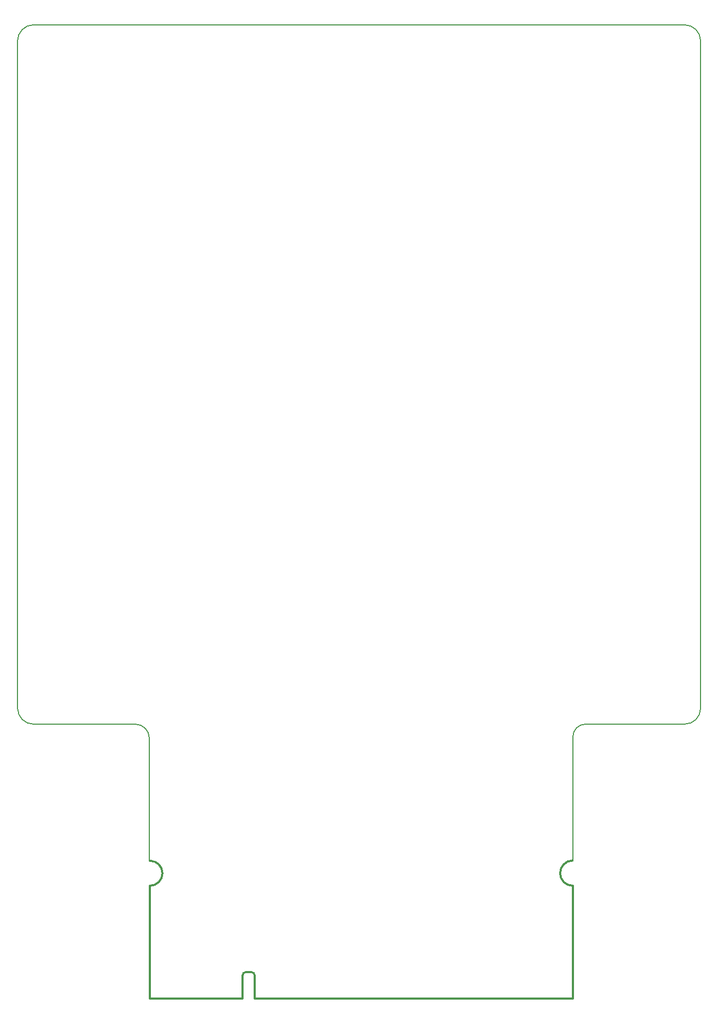
<source format=gbr>
G04 (created by PCBNEW (2012-oct-18)-testing) date Mon 18 Feb 2013 10:37:03 UTC*
%MOIN*%
G04 Gerber Fmt 3.4, Leading zero omitted, Abs format*
%FSLAX34Y34*%
G01*
G70*
G90*
G04 APERTURE LIST*
%ADD10C,0.006*%
%ADD11C,0.0059*%
%ADD12C,0.00590551*%
%ADD13C,0.0149*%
G04 APERTURE END LIST*
G54D10*
G54D11*
X107800Y-69600D02*
X107800Y-77290D01*
X134460Y-69600D02*
X134460Y-77290D01*
G54D12*
X135200Y-68700D02*
X141500Y-68700D01*
X135260Y-68700D02*
G75*
G03X134460Y-69500I0J-800D01*
G74*
G01*
X134460Y-69500D02*
X134460Y-69600D01*
X106900Y-68700D02*
X100500Y-68700D01*
X107800Y-69600D02*
G75*
G03X106900Y-68700I-900J0D01*
G74*
G01*
G54D13*
X134440Y-77279D02*
G75*
G03X133659Y-78079I9J-790D01*
G74*
G01*
X133650Y-78070D02*
G75*
G03X134450Y-78870I800J0D01*
G74*
G01*
X134450Y-78870D02*
X134450Y-85960D01*
X108620Y-78080D02*
G75*
G03X107830Y-77290I-790J0D01*
G74*
G01*
X107830Y-78870D02*
G75*
G03X108620Y-78080I0J790D01*
G74*
G01*
X113859Y-84300D02*
G75*
G03X113670Y-84510I10J-199D01*
G74*
G01*
X114419Y-84510D02*
G75*
G03X114230Y-84300I-199J10D01*
G74*
G01*
X113670Y-85960D02*
X107830Y-85960D01*
X113855Y-84300D02*
X114225Y-84300D01*
X114420Y-85960D02*
X134450Y-85960D01*
X113670Y-85960D02*
X113670Y-84515D01*
X114420Y-85960D02*
X114420Y-84510D01*
X134440Y-77280D02*
X134430Y-77280D01*
X107830Y-85960D02*
X107830Y-78870D01*
G54D12*
X99500Y-67700D02*
G75*
G03X100500Y-68700I1000J0D01*
G74*
G01*
X100500Y-24700D02*
G75*
G03X99500Y-25700I0J-1000D01*
G74*
G01*
X142500Y-25700D02*
G75*
G03X141500Y-24700I-1000J0D01*
G74*
G01*
X141500Y-68700D02*
G75*
G03X142500Y-67700I0J1000D01*
G74*
G01*
X142500Y-25700D02*
X142500Y-67700D01*
X100500Y-24700D02*
X141500Y-24700D01*
X99500Y-25700D02*
X99500Y-67700D01*
M02*

</source>
